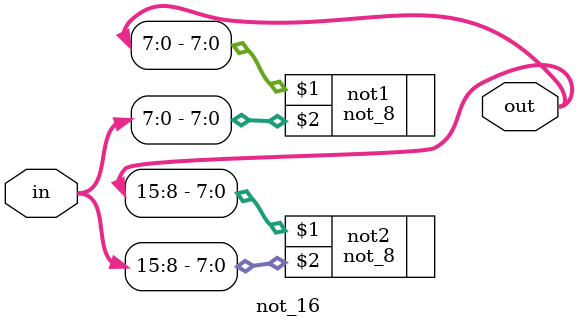
<source format=v>
module not_16(out, in);

	input [15:0] in;
	output [15:0] out;
	
	not_8 not1(out[7:0], in[7:0]);
	not_8 not2(out[15:8], in[15:8]);
	
endmodule

</source>
